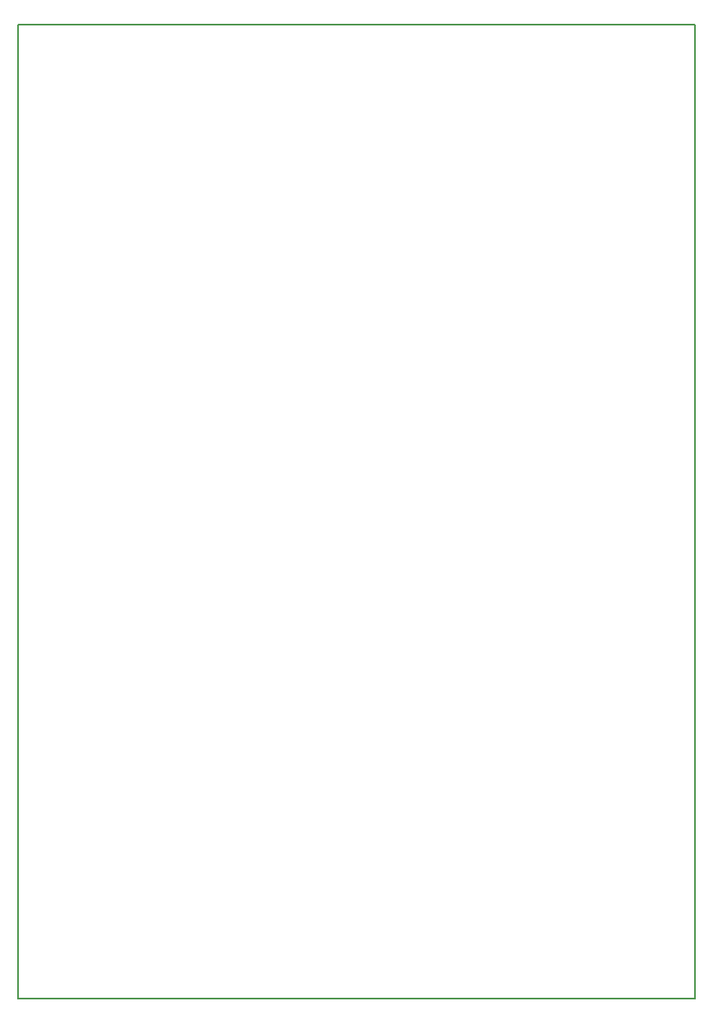
<source format=gko>
G04 DipTrace 2.4.0.2*
%INPanimon_kello_PCB.GKO*%
%MOMM*%
%ADD11C,0.14*%
%FSLAX53Y53*%
G04*
G71*
G90*
G75*
G01*
%LNBoardOutline*%
%LPD*%
X-35000Y100900D2*
D11*
Y400D1*
X35000D1*
Y100900D1*
X-35000D1*
M02*

</source>
